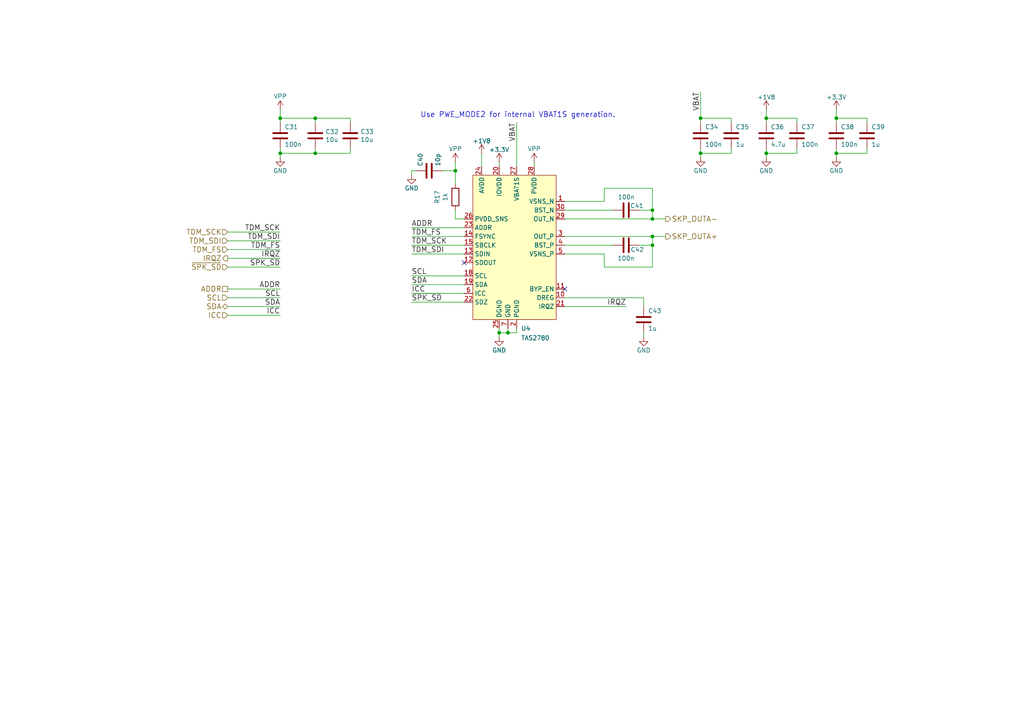
<source format=kicad_sch>
(kicad_sch (version 20231120) (generator "eeschema") (generator_version "8.0")
  (paper "A4")
  (title_block (title "blus mini mk2") (date "2024-11-22") (rev "b") (company "elagil"))
  (lib_symbols
    (symbol "Amplifiers_Audio_Switching:TAS2780"
      (property "Reference" "U" (at 11.43 3.81 0))
      (property "Value" "TAS2780" (at 13.97 6.35 0))
      (symbol "TAS2780_0_1"
        (rectangle (start -11.43 1.27) (end 12.7 -40.64) (stroke (width 0.1524)) (fill (type background)))
      )
      (symbol "TAS2780_1_1"
        (pin input line (at 15.24 -6.35 180) (length 2.54) (name "VSNS_N") (number "1"))
        (pin power_in line (at 15.24 -34.29 180) (length 2.54) (name "DREG") (number "10"))
        (pin output line (at 15.24 -31.75 180) (length 2.54) (name "BYP_EN") (number "11"))
        (pin bidirectional line (at -13.97 -24.13 0) (length 2.54) (name "SDOUT") (number "12"))
        (pin input line (at -13.97 -21.59 0) (length 2.54) (name "SDIN") (number "13"))
        (pin input line (at -13.97 -16.51 0) (length 2.54) (name "FSYNC") (number "14"))
        (pin input line (at -13.97 -19.05 0) (length 2.54) (name "SBCLK") (number "15"))
        (pin no_connect line (at 15.24 -48.26 180) (length 2.54) hide (name "NC") (number "16"))
        (pin no_connect line (at 15.24 -50.8 180) (length 2.54) hide (name "NC") (number "17"))
        (pin input line (at -13.97 -27.94 0) (length 2.54) (name "SCL") (number "18"))
        (pin bidirectional line (at -13.97 -30.48 0) (length 2.54) (name "SDA") (number "19"))
        (pin power_in line (at 1.27 -43.18 90) (length 2.54) (name "PGND") (number "2"))
        (pin power_in line (at -3.81 3.81 270) (length 2.54) (name "IOVDD") (number "20"))
        (pin open_emitter line (at 15.24 -36.83 180) (length 2.54) (name "IRQZ") (number "21"))
        (pin input line (at -13.97 -35.56 0) (length 2.54) (name "SDZ") (number "22"))
        (pin input line (at -13.97 -13.97 0) (length 2.54) (name "ADDR") (number "23"))
        (pin power_in line (at -8.89 3.81 270) (length 2.54) (name "AVDD") (number "24"))
        (pin power_in line (at -3.81 -43.18 90) (length 2.54) (name "DGND") (number "25"))
        (pin input line (at -13.97 -11.43 0) (length 2.54) (name "PVDD_SNS") (number "26"))
        (pin power_in line (at 1.27 3.81 270) (length 2.54) (name "VBAT1S") (number "27"))
        (pin power_in line (at 6.35 3.81 270) (length 2.54) (name "PVDD") (number "28"))
        (pin output line (at 15.24 -11.43 180) (length 2.54) (name "OUT_N") (number "29"))
        (pin output line (at 15.24 -16.51 180) (length 2.54) (name "OUT_P") (number "3"))
        (pin power_in line (at 15.24 -8.89 180) (length 2.54) (name "BST_N") (number "30"))
        (pin power_in line (at 15.24 -19.05 180) (length 2.54) (name "BST_P") (number "4"))
        (pin input line (at 15.24 -21.59 180) (length 2.54) (name "VSNS_P") (number "5"))
        (pin bidirectional line (at -13.97 -33.02 0) (length 2.54) (name "ICC") (number "6"))
        (pin power_in line (at -1.27 -43.18 90) (length 2.54) (name "GND") (number "7"))
        (pin no_connect line (at 15.24 -43.18 180) (length 2.54) hide (name "NC") (number "8"))
        (pin no_connect line (at 15.24 -45.72 180) (length 2.54) hide (name "NC") (number "9"))
      )
    )
    (symbol "Device:C" (pin_numbers hide) (pin_names (offset 0.254))
      (property "Reference" "C" (at 0.635 2.54 0))
      (property "Value" "C" (at 0.635 -2.54 0))
      (symbol "C_0_1"
        (polyline (pts (xy -2.032 -0.762) (xy 2.032 -0.762)) (stroke (width 0.508)))
        (polyline (pts (xy -2.032 0.762) (xy 2.032 0.762)) (stroke (width 0.508)))
      )
      (symbol "C_1_1"
        (pin passive line (at 0 3.81 270) (length 2.794) (name "~") (number "1"))
        (pin passive line (at 0 -3.81 90) (length 2.794) (name "~") (number "2"))
      )
    )
    (symbol "Device:R" (pin_numbers hide) (pin_names (offset 0))
      (property "Reference" "R" (at 2.032 0 90))
      (property "Value" "R" (at 0 0 90))
      (symbol "R_0_1"
        (rectangle (start -1.016 -2.54) (end 1.016 2.54) (stroke (width 0.254)))
      )
      (symbol "R_1_1"
        (pin passive line (at 0 3.81 270) (length 1.27) (name "~") (number "1"))
        (pin passive line (at 0 -3.81 90) (length 1.27) (name "~") (number "2"))
      )
    )
    (symbol "power:+1V8" (power) (pin_numbers hide) (pin_names (offset 0) hide)
      (property "Value" "+1V8" (at 0 3.556 0))
      (symbol "+1V8_0_1"
        (polyline (pts (xy -0.762 1.27) (xy 0 2.54)))
        (polyline (pts (xy 0 0) (xy 0 2.54)))
        (polyline (pts (xy 0 2.54) (xy 0.762 1.27)))
      )
      (symbol "+1V8_1_1"
        (pin power_in line (at 0 0 90) (length 0) (name "~") (number "1"))
      )
    )
    (symbol "power:+3.3V" (power) (pin_numbers hide) (pin_names (offset 0) hide)
      (property "Value" "+3.3V" (at 0 3.556 0))
      (symbol "+3.3V_0_1"
        (polyline (pts (xy -0.762 1.27) (xy 0 2.54)))
        (polyline (pts (xy 0 0) (xy 0 2.54)))
        (polyline (pts (xy 0 2.54) (xy 0.762 1.27)))
      )
      (symbol "+3.3V_1_1"
        (pin power_in line (at 0 0 90) (length 0) (name "~") (number "1"))
      )
    )
    (symbol "power:GND" (power) (pin_numbers hide) (pin_names (offset 0) hide)
      (property "Value" "GND" (at 0 -3.81 0))
      (symbol "GND_0_1"
        (polyline (pts (xy 0 0) (xy 0 -1.27) (xy 1.27 -1.27) (xy 0 -2.54) (xy -1.27 -1.27) (xy 0 -1.27)))
      )
      (symbol "GND_1_1"
        (pin power_in line (at 0 0 270) (length 0) (name "~") (number "1"))
      )
    )
    (symbol "power:VPP" (power) (pin_numbers hide) (pin_names (offset 0) hide)
      (property "Value" "VPP" (at 0 3.556 0))
      (symbol "VPP_0_1"
        (polyline (pts (xy -0.762 1.27) (xy 0 2.54)))
        (polyline (pts (xy 0 0) (xy 0 2.54)))
        (polyline (pts (xy 0 2.54) (xy 0.762 1.27)))
      )
      (symbol "VPP_1_1"
        (pin power_in line (at 0 0 90) (length 0) (name "~") (number "1"))
      )
    )
  )
  (junction (at 91.44 34.29))
  (junction (at 189.23 63.5))
  (junction (at 242.57 44.45))
  (junction (at 189.23 71.12))
  (junction (at 81.28 44.45))
  (junction (at 189.23 68.58))
  (junction (at 222.25 44.45))
  (junction (at 203.2 44.45))
  (junction (at 203.2 34.29))
  (junction (at 144.78 96.52))
  (junction (at 132.08 49.53))
  (junction (at 91.44 44.45))
  (junction (at 189.23 60.96))
  (junction (at 242.57 34.29))
  (junction (at 81.28 34.29))
  (junction (at 147.32 96.52))
  (junction (at 222.25 34.29))
  (no_connect (at 134.62 76.2))
  (no_connect (at 163.83 83.82))
  (wire (pts (xy 132.08 60.96) (xy 132.08 63.5)))
  (wire (pts (xy 149.86 95.25) (xy 149.86 96.52)))
  (wire (pts (xy 149.86 96.52) (xy 147.32 96.52)))
  (wire (pts (xy 132.08 49.53) (xy 132.08 53.34)))
  (wire (pts (xy 66.04 72.39) (xy 81.28 72.39)))
  (wire (pts (xy 81.28 88.9) (xy 66.04 88.9)))
  (wire (pts (xy 175.26 58.42) (xy 175.26 54.61)))
  (wire (pts (xy 147.32 96.52) (xy 144.78 96.52)))
  (wire (pts (xy 189.23 71.12) (xy 189.23 68.58)))
  (wire (pts (xy 134.62 63.5) (xy 132.08 63.5)))
  (wire (pts (xy 144.78 46.99) (xy 144.78 48.26)))
  (wire (pts (xy 222.25 34.29) (xy 231.14 34.29)))
  (wire (pts (xy 120.65 49.53) (xy 119.38 49.53)))
  (wire (pts (xy 203.2 34.29) (xy 203.2 35.56)))
  (wire (pts (xy 66.04 67.31) (xy 81.28 67.31)))
  (wire (pts (xy 203.2 44.45) (xy 203.2 45.72)))
  (wire (pts (xy 149.86 35.56) (xy 149.86 48.26)))
  (wire (pts (xy 119.38 71.12) (xy 134.62 71.12)))
  (wire (pts (xy 81.28 91.44) (xy 66.04 91.44)))
  (wire (pts (xy 203.2 26.67) (xy 203.2 34.29)))
  (wire (pts (xy 101.6 35.56) (xy 101.6 34.29)))
  (wire (pts (xy 81.28 86.36) (xy 66.04 86.36)))
  (wire (pts (xy 186.69 86.36) (xy 186.69 88.9)))
  (wire (pts (xy 132.08 46.99) (xy 132.08 49.53)))
  (wire (pts (xy 81.28 44.45) (xy 81.28 45.72)))
  (wire (pts (xy 189.23 68.58) (xy 193.04 68.58)))
  (wire (pts (xy 163.83 63.5) (xy 189.23 63.5)))
  (wire (pts (xy 222.25 44.45) (xy 222.25 45.72)))
  (wire (pts (xy 175.26 54.61) (xy 189.23 54.61)))
  (wire (pts (xy 242.57 44.45) (xy 242.57 45.72)))
  (wire (pts (xy 144.78 95.25) (xy 144.78 96.52)))
  (wire (pts (xy 231.14 35.56) (xy 231.14 34.29)))
  (wire (pts (xy 185.42 71.12) (xy 189.23 71.12)))
  (wire (pts (xy 134.62 66.04) (xy 119.38 66.04)))
  (wire (pts (xy 242.57 34.29) (xy 251.46 34.29)))
  (wire (pts (xy 91.44 34.29) (xy 91.44 35.56)))
  (wire (pts (xy 189.23 77.47) (xy 189.23 71.12)))
  (wire (pts (xy 222.25 34.29) (xy 222.25 35.56)))
  (wire (pts (xy 163.83 73.66) (xy 175.26 73.66)))
  (wire (pts (xy 203.2 34.29) (xy 212.09 34.29)))
  (wire (pts (xy 251.46 35.56) (xy 251.46 34.29)))
  (wire (pts (xy 222.25 44.45) (xy 231.14 44.45)))
  (wire (pts (xy 91.44 43.18) (xy 91.44 44.45)))
  (wire (pts (xy 66.04 74.93) (xy 81.28 74.93)))
  (wire (pts (xy 154.94 46.99) (xy 154.94 48.26)))
  (wire (pts (xy 119.38 80.01) (xy 134.62 80.01)))
  (wire (pts (xy 231.14 43.18) (xy 231.14 44.45)))
  (wire (pts (xy 242.57 44.45) (xy 251.46 44.45)))
  (wire (pts (xy 91.44 44.45) (xy 101.6 44.45)))
  (wire (pts (xy 212.09 43.18) (xy 212.09 44.45)))
  (wire (pts (xy 163.83 60.96) (xy 177.8 60.96)))
  (wire (pts (xy 91.44 34.29) (xy 81.28 34.29)))
  (wire (pts (xy 81.28 44.45) (xy 91.44 44.45)))
  (wire (pts (xy 119.38 68.58) (xy 134.62 68.58)))
  (wire (pts (xy 203.2 44.45) (xy 212.09 44.45)))
  (wire (pts (xy 119.38 49.53) (xy 119.38 50.8)))
  (wire (pts (xy 203.2 43.18) (xy 203.2 44.45)))
  (wire (pts (xy 251.46 43.18) (xy 251.46 44.45)))
  (wire (pts (xy 139.7 44.45) (xy 139.7 48.26)))
  (wire (pts (xy 222.25 43.18) (xy 222.25 44.45)))
  (wire (pts (xy 163.83 88.9) (xy 181.61 88.9)))
  (wire (pts (xy 242.57 34.29) (xy 242.57 35.56)))
  (wire (pts (xy 212.09 35.56) (xy 212.09 34.29)))
  (wire (pts (xy 119.38 82.55) (xy 134.62 82.55)))
  (wire (pts (xy 81.28 77.47) (xy 66.04 77.47)))
  (wire (pts (xy 163.83 86.36) (xy 186.69 86.36)))
  (wire (pts (xy 189.23 54.61) (xy 189.23 60.96)))
  (wire (pts (xy 242.57 43.18) (xy 242.57 44.45)))
  (wire (pts (xy 66.04 69.85) (xy 81.28 69.85)))
  (wire (pts (xy 189.23 63.5) (xy 193.04 63.5)))
  (wire (pts (xy 185.42 60.96) (xy 189.23 60.96)))
  (wire (pts (xy 242.57 31.75) (xy 242.57 34.29)))
  (wire (pts (xy 81.28 31.75) (xy 81.28 34.29)))
  (wire (pts (xy 147.32 95.25) (xy 147.32 96.52)))
  (wire (pts (xy 81.28 35.56) (xy 81.28 34.29)))
  (wire (pts (xy 144.78 96.52) (xy 144.78 97.79)))
  (wire (pts (xy 163.83 71.12) (xy 177.8 71.12)))
  (wire (pts (xy 189.23 60.96) (xy 189.23 63.5)))
  (wire (pts (xy 119.38 87.63) (xy 134.62 87.63)))
  (wire (pts (xy 101.6 43.18) (xy 101.6 44.45)))
  (wire (pts (xy 163.83 68.58) (xy 189.23 68.58)))
  (wire (pts (xy 119.38 85.09) (xy 134.62 85.09)))
  (wire (pts (xy 119.38 73.66) (xy 134.62 73.66)))
  (wire (pts (xy 175.26 73.66) (xy 175.26 77.47)))
  (wire (pts (xy 163.83 58.42) (xy 175.26 58.42)))
  (wire (pts (xy 128.27 49.53) (xy 132.08 49.53)))
  (wire (pts (xy 175.26 77.47) (xy 189.23 77.47)))
  (wire (pts (xy 66.04 83.82) (xy 81.28 83.82)))
  (wire (pts (xy 222.25 31.75) (xy 222.25 34.29)))
  (wire (pts (xy 186.69 96.52) (xy 186.69 97.79)))
  (wire (pts (xy 91.44 34.29) (xy 101.6 34.29)))
  (wire (pts (xy 81.28 43.18) (xy 81.28 44.45)))
  (text "Use PWE_MODE2 for internal VBAT1S generation." (at 121.92 34.29 0) (effects (font (size 1.524 1.524)) (justify left bottom)))
  (label "TDM_SDI" (at 119.38 73.66 0) (effects (font (size 1.524 1.524))))
  (label "~{SPK_SD}" (at 119.38 87.63 0) (effects (font (size 1.524 1.524))))
  (label "ADDR" (at 119.38 66.04 0) (effects (font (size 1.524 1.524))))
  (label "ADDR" (at 81.28 83.82 180) (effects (font (size 1.524 1.524))))
  (label "TDM_SCK" (at 119.38 71.12 0) (effects (font (size 1.524 1.524))))
  (label "TDM_FS" (at 119.38 68.58 0) (effects (font (size 1.524 1.524))))
  (label "SDA" (at 81.28 88.9 180) (effects (font (size 1.524 1.524))))
  (label "ICC" (at 119.38 85.09 0) (effects (font (size 1.524 1.524))))
  (label "TDM_SCK" (at 81.28 67.31 180) (effects (font (size 1.524 1.524))))
  (label "SDA" (at 119.38 82.55 0) (effects (font (size 1.524 1.524))))
  (label "IRQZ" (at 181.61 88.9 180) (effects (font (size 1.524 1.524))))
  (label "TDM_SDI" (at 81.28 69.85 180) (effects (font (size 1.524 1.524))))
  (label "VBAT" (at 203.2 26.67 270) (effects (font (size 1.524 1.524))))
  (label "IRQZ" (at 81.28 74.93 180) (effects (font (size 1.524 1.524))))
  (label "SCL" (at 81.28 86.36 180) (effects (font (size 1.524 1.524))))
  (label "TDM_FS" (at 81.28 72.39 180) (effects (font (size 1.524 1.524))))
  (label "~{SPK_SD}" (at 81.28 77.47 180) (effects (font (size 1.524 1.524))))
  (label "SCL" (at 119.38 80.01 0) (effects (font (size 1.524 1.524))))
  (label "ICC" (at 81.28 91.44 180) (effects (font (size 1.524 1.524))))
  (label "VBAT" (at 149.86 35.56 270) (effects (font (size 1.524 1.524))))
  (hierarchical_label "SKP_OUTA-" (shape output) (at 193.04 63.5 0) (effects (font (size 1.524 1.524))))
  (hierarchical_label "SCL" (shape input) (at 66.04 86.36 180) (effects (font (size 1.524 1.524))))
  (hierarchical_label "TDM_SDI" (shape input) (at 66.04 69.85 180) (effects (font (size 1.524 1.524))))
  (hierarchical_label "SDA" (shape bidirectional) (at 66.04 88.9 180) (effects (font (size 1.524 1.524))))
  (hierarchical_label "~{SPK_SD}" (shape input) (at 66.04 77.47 180) (effects (font (size 1.524 1.524))))
  (hierarchical_label "ADDR" (shape passive) (at 66.04 83.82 180) (effects (font (size 1.524 1.524))))
  (hierarchical_label "TDM_FS" (shape input) (at 66.04 72.39 180) (effects (font (size 1.524 1.524))))
  (hierarchical_label "IRQZ" (shape output) (at 66.04 74.93 180) (effects (font (size 1.524 1.524))))
  (hierarchical_label "TDM_SCK" (shape input) (at 66.04 67.31 180) (effects (font (size 1.524 1.524))))
  (hierarchical_label "SKP_OUTA+" (shape output) (at 193.04 68.58 0) (effects (font (size 1.524 1.524))))
  (hierarchical_label "ICC" (shape input) (at 66.04 91.44 180) (effects (font (size 1.524 1.524))))
  (symbol (lib_id "Device:C") (at 81.28 39.37 0) (unit 1)
    (property "Reference" "C5" (at 82.55 36.83 0) (effects (justify left)))
    (property "Value" "100n" (at 82.55 41.91 0) (effects (justify left)))
    (property "Footprint" "Capacitor_SMD:C_0402_1005Metric" (effects (hide yes)))
    (property "Description" "Unpolarized capacitor" (effects (hide yes)))
    (property "MPN" "C307331" (effects (hide yes)))
    (instances (project "blus-mini-mk2" (path "" (reference "C31") (unit 1)) (path "" (reference "C5") (unit 1)) (path "" (reference "C18") (unit 1)) (path "" (reference "C73") (unit 1))))
  )
  (symbol (lib_id "power:GND") (at 81.28 45.72 0) (unit 1)
    (property "Reference" "#PWR026" (effects (hide yes)))
    (property "Value" "GND" (at 81.28 49.53 0))
    (property "Description" "Power symbol creates a global label with name \"GND\" , ground" (effects (hide yes)))
    (instances (project "blus-mini-mk2" (path "" (reference "#PWR054") (unit 1)) (path "" (reference "#PWR026") (unit 1)) (path "" (reference "#PWR040") (unit 1)) (path "" (reference "#PWR0119") (unit 1))))
  )
  (symbol (lib_id "power:VPP") (at 132.08 46.99 0) (unit 1)
    (property "Reference" "#PWR030" (effects (hide yes)))
    (property "Value" "VPP" (at 132.08 43.18 0))
    (property "Description" "Power symbol creates a global label with name \"VPP\"" (effects (hide yes)))
    (instances (project "blus-mini-mk2" (path "" (reference "#PWR058") (unit 1)) (path "" (reference "#PWR030") (unit 1)) (path "" (reference "#PWR044") (unit 1)) (path "" (reference "#PWR0123") (unit 1))))
  )
  (symbol (lib_id "power:+1V8") (at 139.7 44.45 0) (unit 1)
    (property "Reference" "#PWR025" (effects (hide yes)))
    (property "Value" "+1V8" (at 139.7 40.894 0))
    (property "Description" "Power symbol creates a global label with name \"+1V8\"" (effects (hide yes)))
    (instances (project "blus-mini-mk2" (path "" (reference "#PWR053") (unit 1)) (path "" (reference "#PWR025") (unit 1)) (path "" (reference "#PWR039") (unit 1)) (path "" (reference "#PWR0118") (unit 1))))
  )
  (symbol (lib_id "Amplifiers_Audio_Switching:TAS2780") (at 148.59 52.07 0) (unit 1)
    (property "Reference" "U2" (at 151.13 95.25 0) (effects (justify left)))
    (property "Value" "TAS2780" (at 151.13 98.0251 0) (effects (justify left)))
    (property "Footprint" "Package_TI_QFN:TI-30-Pin-HR-QFN" (effects (hide yes)))
    (property "Mfr.Nr." "M" (effects (hide yes)))
    (property "MPN" "C5214951" (effects (hide yes)))
    (instances (project "blus-mini-mk2" (path "" (reference "U4") (unit 1)) (path "" (reference "U2") (unit 1)) (path "" (reference "U3") (unit 1)) (path "" (reference "U12") (unit 1))))
  )
  (symbol (lib_id "power:GND") (at 119.38 50.8 0) (unit 1)
    (property "Reference" "#PWR033" (effects (hide yes)))
    (property "Value" "GND" (at 119.38 54.61 0))
    (property "Description" "Power symbol creates a global label with name \"GND\" , ground" (effects (hide yes)))
    (instances (project "blus-mini-mk2" (path "" (reference "#PWR061") (unit 1)) (path "" (reference "#PWR033") (unit 1)) (path "" (reference "#PWR047") (unit 1)) (path "" (reference "#PWR0126") (unit 1))))
  )
  (symbol (lib_id "Device:C") (at 124.46 49.53 90) (unit 1)
    (property "Reference" "C14" (at 121.92 48.26 0) (effects (justify left)))
    (property "Value" "10p" (at 127 48.26 0) (effects (justify left)))
    (property "Footprint" "Capacitor_SMD:C_0402_1005Metric" (effects (hide yes)))
    (property "Description" "Unpolarized capacitor" (effects (hide yes)))
    (property "MPN" "C32949" (effects (hide yes)))
    (instances (project "blus-mini-mk2" (path "" (reference "C40") (unit 1)) (path "" (reference "C14") (unit 1)) (path "" (reference "C27") (unit 1)) (path "" (reference "C82") (unit 1))))
  )
  (symbol (lib_id "Device:C") (at 231.14 39.37 0) (unit 1)
    (property "Reference" "C11" (at 232.41 36.83 0) (effects (justify left)))
    (property "Value" "100n" (at 232.41 41.91 0) (effects (justify left)))
    (property "Footprint" "Capacitor_SMD:C_0402_1005Metric" (effects (hide yes)))
    (property "Description" "Unpolarized capacitor" (effects (hide yes)))
    (property "MPN" "C307331" (effects (hide yes)))
    (instances (project "blus-mini-mk2" (path "" (reference "C37") (unit 1)) (path "" (reference "C11") (unit 1)) (path "" (reference "C24") (unit 1)) (path "" (reference "C79") (unit 1))))
  )
  (symbol (lib_id "Device:R") (at 132.08 57.15 0) (unit 1)
    (property "Reference" "R15" (at 126.8222 57.15 90))
    (property "Value" "1k" (at 129.1336 57.15 90))
    (property "Footprint" "Resistor_SMD:R_0402_1005Metric" (effects (hide yes)))
    (property "Description" "Resistor" (effects (hide yes)))
    (property "MPN" "C11702" (effects (hide yes)))
    (instances (project "blus-mini-mk2" (path "" (reference "R17") (unit 1)) (path "" (reference "R15") (unit 1)) (path "" (reference "R16") (unit 1)) (path "" (reference "R43") (unit 1))))
  )
  (symbol (lib_id "Device:C") (at 251.46 39.37 0) (unit 1)
    (property "Reference" "C13" (at 252.73 36.83 0) (effects (justify left)))
    (property "Value" "1u" (at 252.73 41.91 0) (effects (justify left)))
    (property "Footprint" "Capacitor_SMD:C_0603_1608Metric" (effects (hide yes)))
    (property "Description" "Unpolarized capacitor" (effects (hide yes)))
    (property "MPN" "C15849" (effects (hide yes)))
    (instances (project "blus-mini-mk2" (path "" (reference "C39") (unit 1)) (path "" (reference "C13") (unit 1)) (path "" (reference "C26") (unit 1)) (path "" (reference "C81") (unit 1))))
  )
  (symbol (lib_id "power:GND") (at 186.69 97.79 0) (unit 1)
    (property "Reference" "#PWR035" (effects (hide yes)))
    (property "Value" "GND" (at 186.69 101.6 0))
    (property "Description" "Power symbol creates a global label with name \"GND\" , ground" (effects (hide yes)))
    (instances (project "blus-mini-mk2" (path "" (reference "#PWR063") (unit 1)) (path "" (reference "#PWR035") (unit 1)) (path "" (reference "#PWR049") (unit 1)) (path "" (reference "#PWR0128") (unit 1))))
  )
  (symbol (lib_id "Device:C") (at 186.69 92.71 0) (unit 1)
    (property "Reference" "C17" (at 187.96 90.17 0) (effects (justify left)))
    (property "Value" "1u" (at 187.96 95.25 0) (effects (justify left)))
    (property "Footprint" "Capacitor_SMD:C_0603_1608Metric" (effects (hide yes)))
    (property "Description" "Unpolarized capacitor" (effects (hide yes)))
    (property "MPN" "C15849" (effects (hide yes)))
    (instances (project "blus-mini-mk2" (path "" (reference "C43") (unit 1)) (path "" (reference "C17") (unit 1)) (path "" (reference "C30") (unit 1)) (path "" (reference "C85") (unit 1))))
  )
  (symbol (lib_id "power:VPP") (at 81.28 31.75 0) (unit 1)
    (property "Reference" "#PWR022" (effects (hide yes)))
    (property "Value" "VPP" (at 81.28 27.94 0))
    (property "Description" "Power symbol creates a global label with name \"VPP\"" (effects (hide yes)))
    (instances (project "blus-mini-mk2" (path "" (reference "#PWR050") (unit 1)) (path "" (reference "#PWR022") (unit 1)) (path "" (reference "#PWR036") (unit 1)) (path "" (reference "#PWR0115") (unit 1))))
  )
  (symbol (lib_id "Device:C") (at 181.61 71.12 270) (unit 1)
    (property "Reference" "C16" (at 182.88 72.39 90) (effects (justify left)))
    (property "Value" "100n" (at 179.07 74.93 90) (effects (justify left)))
    (property "Footprint" "Capacitor_SMD:C_0402_1005Metric" (effects (hide yes)))
    (property "Description" "Unpolarized capacitor" (effects (hide yes)))
    (property "MPN" "C307331" (effects (hide yes)))
    (instances (project "blus-mini-mk2" (path "" (reference "C42") (unit 1)) (path "" (reference "C16") (unit 1)) (path "" (reference "C29") (unit 1)) (path "" (reference "C84") (unit 1))))
  )
  (symbol (lib_id "Device:C") (at 203.2 39.37 0) (unit 1)
    (property "Reference" "C8" (at 204.47 36.83 0) (effects (justify left)))
    (property "Value" "100n" (at 204.47 41.91 0) (effects (justify left)))
    (property "Footprint" "Capacitor_SMD:C_0402_1005Metric" (effects (hide yes)))
    (property "Description" "Unpolarized capacitor" (effects (hide yes)))
    (property "MPN" "C307331" (effects (hide yes)))
    (instances (project "blus-mini-mk2" (path "" (reference "C34") (unit 1)) (path "" (reference "C8") (unit 1)) (path "" (reference "C21") (unit 1)) (path "" (reference "C76") (unit 1))))
  )
  (symbol (lib_id "Device:C") (at 101.6 39.37 0) (unit 1)
    (property "Reference" "C7" (at 104.521 38.2016 0) (effects (justify left)))
    (property "Value" "10u" (at 104.521 40.513 0) (effects (justify left)))
    (property "Footprint" "Capacitor_SMD:C_1206_3216Metric" (effects (hide yes)))
    (property "Description" "Unpolarized capacitor" (effects (hide yes)))
    (property "MPN" "C13585" (effects (hide yes)))
    (instances (project "blus-mini-mk2" (path "" (reference "C33") (unit 1)) (path "" (reference "C7") (unit 1)) (path "" (reference "C20") (unit 1)) (path "" (reference "C75") (unit 1))))
  )
  (symbol (lib_id "power:+3.3V") (at 144.78 46.99 0) (unit 1)
    (property "Reference" "#PWR031" (effects (hide yes)))
    (property "Value" "+3.3V" (at 144.78 43.434 0))
    (property "Description" "Power symbol creates a global label with name \"+3.3V\"" (effects (hide yes)))
    (instances (project "blus-mini-mk2" (path "" (reference "#PWR059") (unit 1)) (path "" (reference "#PWR031") (unit 1)) (path "" (reference "#PWR045") (unit 1)) (path "" (reference "#PWR0124") (unit 1))))
  )
  (symbol (lib_id "power:GND") (at 203.2 45.72 0) (unit 1)
    (property "Reference" "#PWR027" (effects (hide yes)))
    (property "Value" "GND" (at 203.2 49.53 0))
    (property "Description" "Power symbol creates a global label with name \"GND\" , ground" (effects (hide yes)))
    (instances (project "blus-mini-mk2" (path "" (reference "#PWR055") (unit 1)) (path "" (reference "#PWR027") (unit 1)) (path "" (reference "#PWR041") (unit 1)) (path "" (reference "#PWR0120") (unit 1))))
  )
  (symbol (lib_id "power:+1V8") (at 222.25 31.75 0) (unit 1)
    (property "Reference" "#PWR023" (effects (hide yes)))
    (property "Value" "+1V8" (at 222.25 28.194 0))
    (property "Description" "Power symbol creates a global label with name \"+1V8\"" (effects (hide yes)))
    (instances (project "blus-mini-mk2" (path "" (reference "#PWR051") (unit 1)) (path "" (reference "#PWR023") (unit 1)) (path "" (reference "#PWR037") (unit 1)) (path "" (reference "#PWR0116") (unit 1))))
  )
  (symbol (lib_id "Device:C") (at 222.25 39.37 0) (unit 1)
    (property "Reference" "C10" (at 223.52 36.83 0) (effects (justify left)))
    (property "Value" "4.7u" (at 223.52 41.91 0) (effects (justify left)))
    (property "Footprint" "Capacitor_SMD:C_0805_2012Metric" (effects (hide yes)))
    (property "Description" "Unpolarized capacitor" (effects (hide yes)))
    (property "MPN" "C1779" (effects (hide yes)))
    (instances (project "blus-mini-mk2" (path "" (reference "C36") (unit 1)) (path "" (reference "C10") (unit 1)) (path "" (reference "C23") (unit 1)) (path "" (reference "C78") (unit 1))))
  )
  (symbol (lib_id "power:GND") (at 222.25 45.72 0) (unit 1)
    (property "Reference" "#PWR028" (effects (hide yes)))
    (property "Value" "GND" (at 222.25 49.53 0))
    (property "Description" "Power symbol creates a global label with name \"GND\" , ground" (effects (hide yes)))
    (instances (project "blus-mini-mk2" (path "" (reference "#PWR056") (unit 1)) (path "" (reference "#PWR028") (unit 1)) (path "" (reference "#PWR042") (unit 1)) (path "" (reference "#PWR0121") (unit 1))))
  )
  (symbol (lib_id "Device:C") (at 212.09 39.37 0) (unit 1)
    (property "Reference" "C9" (at 213.36 36.83 0) (effects (justify left)))
    (property "Value" "1u" (at 213.36 41.91 0) (effects (justify left)))
    (property "Footprint" "Capacitor_SMD:C_0603_1608Metric" (effects (hide yes)))
    (property "Description" "Unpolarized capacitor" (effects (hide yes)))
    (property "MPN" "C15849" (effects (hide yes)))
    (instances (project "blus-mini-mk2" (path "" (reference "C35") (unit 1)) (path "" (reference "C9") (unit 1)) (path "" (reference "C22") (unit 1)) (path "" (reference "C77") (unit 1))))
  )
  (symbol (lib_id "Device:C") (at 91.44 39.37 0) (unit 1)
    (property "Reference" "C6" (at 94.361 38.2016 0) (effects (justify left)))
    (property "Value" "10u" (at 94.361 40.513 0) (effects (justify left)))
    (property "Footprint" "Capacitor_SMD:C_1206_3216Metric" (effects (hide yes)))
    (property "Description" "Unpolarized capacitor" (effects (hide yes)))
    (property "MPN" "C13585" (effects (hide yes)))
    (instances (project "blus-mini-mk2" (path "" (reference "C32") (unit 1)) (path "" (reference "C6") (unit 1)) (path "" (reference "C19") (unit 1)) (path "" (reference "C74") (unit 1))))
  )
  (symbol (lib_id "power:VPP") (at 154.94 46.99 0) (unit 1)
    (property "Reference" "#PWR032" (effects (hide yes)))
    (property "Value" "VPP" (at 154.94 43.18 0))
    (property "Description" "Power symbol creates a global label with name \"VPP\"" (effects (hide yes)))
    (instances (project "blus-mini-mk2" (path "" (reference "#PWR060") (unit 1)) (path "" (reference "#PWR032") (unit 1)) (path "" (reference "#PWR046") (unit 1)) (path "" (reference "#PWR0125") (unit 1))))
  )
  (symbol (lib_id "power:GND") (at 242.57 45.72 0) (unit 1)
    (property "Reference" "#PWR029" (effects (hide yes)))
    (property "Value" "GND" (at 242.57 49.53 0))
    (property "Description" "Power symbol creates a global label with name \"GND\" , ground" (effects (hide yes)))
    (instances (project "blus-mini-mk2" (path "" (reference "#PWR057") (unit 1)) (path "" (reference "#PWR029") (unit 1)) (path "" (reference "#PWR043") (unit 1)) (path "" (reference "#PWR0122") (unit 1))))
  )
  (symbol (lib_id "Device:C") (at 242.57 39.37 0) (unit 1)
    (property "Reference" "C12" (at 243.84 36.83 0) (effects (justify left)))
    (property "Value" "100n" (at 243.84 41.91 0) (effects (justify left)))
    (property "Footprint" "Capacitor_SMD:C_0402_1005Metric" (effects (hide yes)))
    (property "Description" "Unpolarized capacitor" (effects (hide yes)))
    (property "MPN" "C307331" (effects (hide yes)))
    (instances (project "blus-mini-mk2" (path "" (reference "C38") (unit 1)) (path "" (reference "C12") (unit 1)) (path "" (reference "C25") (unit 1)) (path "" (reference "C80") (unit 1))))
  )
  (symbol (lib_id "power:GND") (at 144.78 97.79 0) (unit 1)
    (property "Reference" "#PWR034" (effects (hide yes)))
    (property "Value" "GND" (at 144.78 101.6 0))
    (property "Description" "Power symbol creates a global label with name \"GND\" , ground" (effects (hide yes)))
    (instances (project "blus-mini-mk2" (path "" (reference "#PWR062") (unit 1)) (path "" (reference "#PWR034") (unit 1)) (path "" (reference "#PWR048") (unit 1)) (path "" (reference "#PWR0127") (unit 1))))
  )
  (symbol (lib_id "power:+3.3V") (at 242.57 31.75 0) (unit 1)
    (property "Reference" "#PWR024" (effects (hide yes)))
    (property "Value" "+3.3V" (at 242.57 28.194 0))
    (property "Description" "Power symbol creates a global label with name \"+3.3V\"" (effects (hide yes)))
    (instances (project "blus-mini-mk2" (path "" (reference "#PWR052") (unit 1)) (path "" (reference "#PWR024") (unit 1)) (path "" (reference "#PWR038") (unit 1)) (path "" (reference "#PWR0117") (unit 1))))
  )
  (symbol (lib_id "Device:C") (at 181.61 60.96 90) (unit 1)
    (property "Reference" "C15" (at 186.69 59.69 90) (effects (justify left)))
    (property "Value" "100n" (at 184.15 57.15 90) (effects (justify left)))
    (property "Footprint" "Capacitor_SMD:C_0402_1005Metric" (effects (hide yes)))
    (property "Description" "Unpolarized capacitor" (effects (hide yes)))
    (property "MPN" "C307331" (effects (hide yes)))
    (instances (project "blus-mini-mk2" (path "" (reference "C41") (unit 1)) (path "" (reference "C15") (unit 1)) (path "" (reference "C28") (unit 1)) (path "" (reference "C83") (unit 1))))
  )
)
</source>
